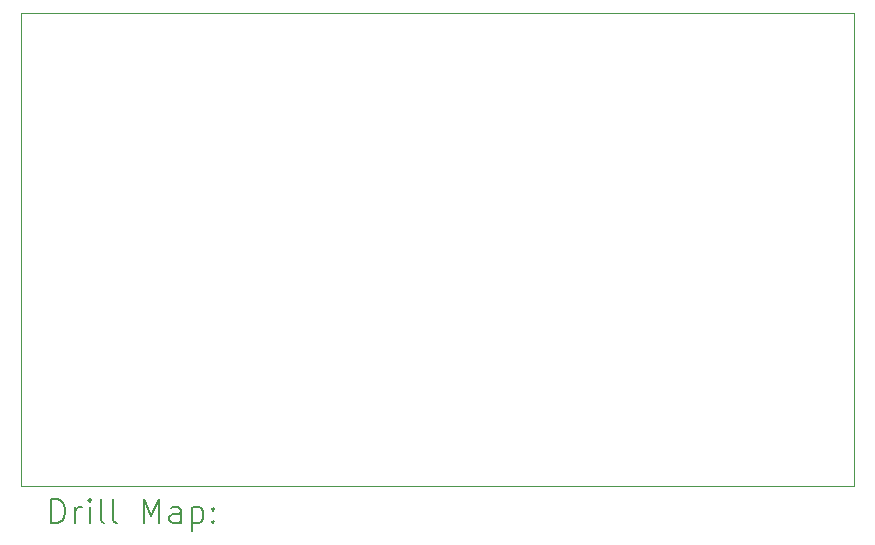
<source format=gbr>
%FSLAX45Y45*%
G04 Gerber Fmt 4.5, Leading zero omitted, Abs format (unit mm)*
G04 Created by KiCad (PCBNEW (6.0.4)) date 2022-04-05 14:23:42*
%MOMM*%
%LPD*%
G01*
G04 APERTURE LIST*
%TA.AperFunction,Profile*%
%ADD10C,0.100000*%
%TD*%
%ADD11C,0.200000*%
G04 APERTURE END LIST*
D10*
X11570000Y-6790000D02*
X18620000Y-6790000D01*
X18620000Y-6790000D02*
X18620000Y-10790000D01*
X18620000Y-10790000D02*
X11570000Y-10790000D01*
X11570000Y-10790000D02*
X11570000Y-6790000D01*
D11*
X11822619Y-11105476D02*
X11822619Y-10905476D01*
X11870238Y-10905476D01*
X11898809Y-10915000D01*
X11917857Y-10934048D01*
X11927381Y-10953095D01*
X11936905Y-10991190D01*
X11936905Y-11019762D01*
X11927381Y-11057857D01*
X11917857Y-11076905D01*
X11898809Y-11095952D01*
X11870238Y-11105476D01*
X11822619Y-11105476D01*
X12022619Y-11105476D02*
X12022619Y-10972143D01*
X12022619Y-11010238D02*
X12032143Y-10991190D01*
X12041667Y-10981667D01*
X12060714Y-10972143D01*
X12079762Y-10972143D01*
X12146428Y-11105476D02*
X12146428Y-10972143D01*
X12146428Y-10905476D02*
X12136905Y-10915000D01*
X12146428Y-10924524D01*
X12155952Y-10915000D01*
X12146428Y-10905476D01*
X12146428Y-10924524D01*
X12270238Y-11105476D02*
X12251190Y-11095952D01*
X12241667Y-11076905D01*
X12241667Y-10905476D01*
X12375000Y-11105476D02*
X12355952Y-11095952D01*
X12346428Y-11076905D01*
X12346428Y-10905476D01*
X12603571Y-11105476D02*
X12603571Y-10905476D01*
X12670238Y-11048333D01*
X12736905Y-10905476D01*
X12736905Y-11105476D01*
X12917857Y-11105476D02*
X12917857Y-11000714D01*
X12908333Y-10981667D01*
X12889286Y-10972143D01*
X12851190Y-10972143D01*
X12832143Y-10981667D01*
X12917857Y-11095952D02*
X12898809Y-11105476D01*
X12851190Y-11105476D01*
X12832143Y-11095952D01*
X12822619Y-11076905D01*
X12822619Y-11057857D01*
X12832143Y-11038810D01*
X12851190Y-11029286D01*
X12898809Y-11029286D01*
X12917857Y-11019762D01*
X13013095Y-10972143D02*
X13013095Y-11172143D01*
X13013095Y-10981667D02*
X13032143Y-10972143D01*
X13070238Y-10972143D01*
X13089286Y-10981667D01*
X13098809Y-10991190D01*
X13108333Y-11010238D01*
X13108333Y-11067381D01*
X13098809Y-11086429D01*
X13089286Y-11095952D01*
X13070238Y-11105476D01*
X13032143Y-11105476D01*
X13013095Y-11095952D01*
X13194048Y-11086429D02*
X13203571Y-11095952D01*
X13194048Y-11105476D01*
X13184524Y-11095952D01*
X13194048Y-11086429D01*
X13194048Y-11105476D01*
X13194048Y-10981667D02*
X13203571Y-10991190D01*
X13194048Y-11000714D01*
X13184524Y-10991190D01*
X13194048Y-10981667D01*
X13194048Y-11000714D01*
M02*

</source>
